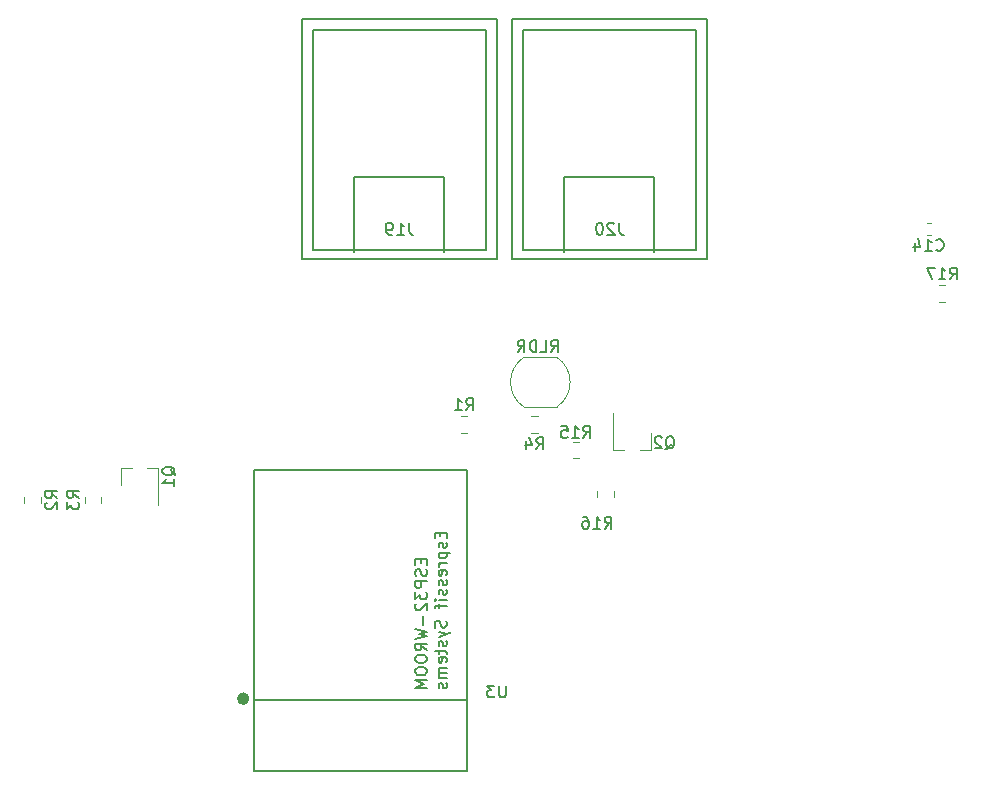
<source format=gbr>
G04 #@! TF.GenerationSoftware,KiCad,Pcbnew,(5.0.0)*
G04 #@! TF.CreationDate,2018-08-08T12:39:15+01:00*
G04 #@! TF.ProjectId,domenode,646F6D656E6F64652E6B696361645F70,rev?*
G04 #@! TF.SameCoordinates,Original*
G04 #@! TF.FileFunction,Legend,Bot*
G04 #@! TF.FilePolarity,Positive*
%FSLAX46Y46*%
G04 Gerber Fmt 4.6, Leading zero omitted, Abs format (unit mm)*
G04 Created by KiCad (PCBNEW (5.0.0)) date 08/08/18 12:39:15*
%MOMM*%
%LPD*%
G01*
G04 APERTURE LIST*
%ADD10C,0.150000*%
%ADD11C,0.500000*%
%ADD12C,0.120000*%
G04 APERTURE END LIST*
D10*
G04 #@! TO.C,J19*
X146876000Y-101600000D02*
X132266000Y-101600000D01*
X132266000Y-101600000D02*
X132266000Y-82930000D01*
X132266000Y-82930000D02*
X146876000Y-82930000D01*
X146876000Y-82930000D02*
X146876000Y-101600000D01*
X131316000Y-102360000D02*
X131316000Y-82040000D01*
X131316000Y-82040000D02*
X147826000Y-82040000D01*
X147826000Y-82040000D02*
X147826000Y-102360000D01*
X147826000Y-102360000D02*
X131316000Y-102360000D01*
X143381000Y-101725000D02*
X143381000Y-95375000D01*
X143381000Y-95375000D02*
X135761000Y-95375000D01*
X135761000Y-95375000D02*
X135761000Y-101725000D01*
G04 #@! TO.C,J20*
X164660000Y-101600000D02*
X150050000Y-101600000D01*
X150050000Y-101600000D02*
X150050000Y-82930000D01*
X150050000Y-82930000D02*
X164660000Y-82930000D01*
X164660000Y-82930000D02*
X164660000Y-101600000D01*
X149100000Y-102360000D02*
X149100000Y-82040000D01*
X149100000Y-82040000D02*
X165610000Y-82040000D01*
X165610000Y-82040000D02*
X165610000Y-102360000D01*
X165610000Y-102360000D02*
X149100000Y-102360000D01*
X161165000Y-101725000D02*
X161165000Y-95375000D01*
X161165000Y-95375000D02*
X153545000Y-95375000D01*
X153545000Y-95375000D02*
X153545000Y-101725000D01*
D11*
G04 #@! TO.C,U3*
X126627981Y-139554000D02*
G75*
G03X126627981Y-139554000I-283981J0D01*
G01*
D10*
X145250000Y-139700000D02*
X127250000Y-139700000D01*
X127250000Y-145700000D02*
X127250000Y-120200000D01*
X145250000Y-145700000D02*
X145250000Y-120200000D01*
X145250000Y-120200000D02*
X127250000Y-120200000D01*
X145250000Y-145700000D02*
X127250000Y-145700000D01*
D12*
G04 #@! TO.C,LDR2*
X150113963Y-114859242D02*
G75*
G02X150100000Y-110650000I1386037J2109242D01*
G01*
X152886037Y-110640758D02*
G75*
G02X152900000Y-114850000I-1386037J-2109242D01*
G01*
X150100000Y-114850000D02*
X152900000Y-114850000D01*
X150100000Y-110650000D02*
X152900000Y-110650000D01*
G04 #@! TO.C,C14*
X184203733Y-100260000D02*
X184546267Y-100260000D01*
X184203733Y-99240000D02*
X184546267Y-99240000D01*
G04 #@! TO.C,R1*
X145304252Y-117042000D02*
X144781748Y-117042000D01*
X145304252Y-115622000D02*
X144781748Y-115622000D01*
G04 #@! TO.C,R2*
X109210000Y-123011252D02*
X109210000Y-122488748D01*
X107790000Y-123011252D02*
X107790000Y-122488748D01*
G04 #@! TO.C,R3*
X114329000Y-122463748D02*
X114329000Y-122986252D01*
X112909000Y-122463748D02*
X112909000Y-122986252D01*
G04 #@! TO.C,R4*
X150738748Y-117042000D02*
X151261252Y-117042000D01*
X150738748Y-115622000D02*
X151261252Y-115622000D01*
G04 #@! TO.C,R15*
X154238748Y-119210000D02*
X154761252Y-119210000D01*
X154238748Y-117790000D02*
X154761252Y-117790000D01*
G04 #@! TO.C,R16*
X157710000Y-121988748D02*
X157710000Y-122511252D01*
X156290000Y-121988748D02*
X156290000Y-122511252D01*
G04 #@! TO.C,R17*
X185786252Y-105960000D02*
X185263748Y-105960000D01*
X185786252Y-104540000D02*
X185263748Y-104540000D01*
G04 #@! TO.C,Q2*
X160830000Y-118510000D02*
X159900000Y-118510000D01*
X157670000Y-118510000D02*
X158600000Y-118510000D01*
X157670000Y-118510000D02*
X157670000Y-115350000D01*
X160830000Y-118510000D02*
X160830000Y-117050000D01*
G04 #@! TO.C,Q1*
X115970000Y-119990000D02*
X116900000Y-119990000D01*
X119130000Y-119990000D02*
X118200000Y-119990000D01*
X119130000Y-119990000D02*
X119130000Y-123150000D01*
X115970000Y-119990000D02*
X115970000Y-121450000D01*
G04 #@! TO.C,J19*
D10*
X140380523Y-99272380D02*
X140380523Y-99986666D01*
X140428142Y-100129523D01*
X140523380Y-100224761D01*
X140666238Y-100272380D01*
X140761476Y-100272380D01*
X139380523Y-100272380D02*
X139951952Y-100272380D01*
X139666238Y-100272380D02*
X139666238Y-99272380D01*
X139761476Y-99415238D01*
X139856714Y-99510476D01*
X139951952Y-99558095D01*
X138904333Y-100272380D02*
X138713857Y-100272380D01*
X138618619Y-100224761D01*
X138571000Y-100177142D01*
X138475761Y-100034285D01*
X138428142Y-99843809D01*
X138428142Y-99462857D01*
X138475761Y-99367619D01*
X138523380Y-99320000D01*
X138618619Y-99272380D01*
X138809095Y-99272380D01*
X138904333Y-99320000D01*
X138951952Y-99367619D01*
X138999571Y-99462857D01*
X138999571Y-99700952D01*
X138951952Y-99796190D01*
X138904333Y-99843809D01*
X138809095Y-99891428D01*
X138618619Y-99891428D01*
X138523380Y-99843809D01*
X138475761Y-99796190D01*
X138428142Y-99700952D01*
G04 #@! TO.C,J20*
X158164523Y-99272380D02*
X158164523Y-99986666D01*
X158212142Y-100129523D01*
X158307380Y-100224761D01*
X158450238Y-100272380D01*
X158545476Y-100272380D01*
X157735952Y-99367619D02*
X157688333Y-99320000D01*
X157593095Y-99272380D01*
X157355000Y-99272380D01*
X157259761Y-99320000D01*
X157212142Y-99367619D01*
X157164523Y-99462857D01*
X157164523Y-99558095D01*
X157212142Y-99700952D01*
X157783571Y-100272380D01*
X157164523Y-100272380D01*
X156545476Y-99272380D02*
X156450238Y-99272380D01*
X156355000Y-99320000D01*
X156307380Y-99367619D01*
X156259761Y-99462857D01*
X156212142Y-99653333D01*
X156212142Y-99891428D01*
X156259761Y-100081904D01*
X156307380Y-100177142D01*
X156355000Y-100224761D01*
X156450238Y-100272380D01*
X156545476Y-100272380D01*
X156640714Y-100224761D01*
X156688333Y-100177142D01*
X156735952Y-100081904D01*
X156783571Y-99891428D01*
X156783571Y-99653333D01*
X156735952Y-99462857D01*
X156688333Y-99367619D01*
X156640714Y-99320000D01*
X156545476Y-99272380D01*
G04 #@! TO.C,U3*
X148568904Y-138452380D02*
X148568904Y-139261904D01*
X148521285Y-139357142D01*
X148473666Y-139404761D01*
X148378428Y-139452380D01*
X148187952Y-139452380D01*
X148092714Y-139404761D01*
X148045095Y-139357142D01*
X147997476Y-139261904D01*
X147997476Y-138452380D01*
X147616523Y-138452380D02*
X146997476Y-138452380D01*
X147330809Y-138833333D01*
X147187952Y-138833333D01*
X147092714Y-138880952D01*
X147045095Y-138928571D01*
X146997476Y-139023809D01*
X146997476Y-139261904D01*
X147045095Y-139357142D01*
X147092714Y-139404761D01*
X147187952Y-139452380D01*
X147473666Y-139452380D01*
X147568904Y-139404761D01*
X147616523Y-139357142D01*
X143036571Y-125489571D02*
X143036571Y-125822904D01*
X143560380Y-125965761D02*
X143560380Y-125489571D01*
X142560380Y-125489571D01*
X142560380Y-125965761D01*
X143512761Y-126346714D02*
X143560380Y-126441952D01*
X143560380Y-126632428D01*
X143512761Y-126727666D01*
X143417523Y-126775285D01*
X143369904Y-126775285D01*
X143274666Y-126727666D01*
X143227047Y-126632428D01*
X143227047Y-126489571D01*
X143179428Y-126394333D01*
X143084190Y-126346714D01*
X143036571Y-126346714D01*
X142941333Y-126394333D01*
X142893714Y-126489571D01*
X142893714Y-126632428D01*
X142941333Y-126727666D01*
X142893714Y-127203857D02*
X143893714Y-127203857D01*
X142941333Y-127203857D02*
X142893714Y-127299095D01*
X142893714Y-127489571D01*
X142941333Y-127584809D01*
X142988952Y-127632428D01*
X143084190Y-127680047D01*
X143369904Y-127680047D01*
X143465142Y-127632428D01*
X143512761Y-127584809D01*
X143560380Y-127489571D01*
X143560380Y-127299095D01*
X143512761Y-127203857D01*
X143560380Y-128108619D02*
X142893714Y-128108619D01*
X143084190Y-128108619D02*
X142988952Y-128156238D01*
X142941333Y-128203857D01*
X142893714Y-128299095D01*
X142893714Y-128394333D01*
X143512761Y-129108619D02*
X143560380Y-129013380D01*
X143560380Y-128822904D01*
X143512761Y-128727666D01*
X143417523Y-128680047D01*
X143036571Y-128680047D01*
X142941333Y-128727666D01*
X142893714Y-128822904D01*
X142893714Y-129013380D01*
X142941333Y-129108619D01*
X143036571Y-129156238D01*
X143131809Y-129156238D01*
X143227047Y-128680047D01*
X143512761Y-129537190D02*
X143560380Y-129632428D01*
X143560380Y-129822904D01*
X143512761Y-129918142D01*
X143417523Y-129965761D01*
X143369904Y-129965761D01*
X143274666Y-129918142D01*
X143227047Y-129822904D01*
X143227047Y-129680047D01*
X143179428Y-129584809D01*
X143084190Y-129537190D01*
X143036571Y-129537190D01*
X142941333Y-129584809D01*
X142893714Y-129680047D01*
X142893714Y-129822904D01*
X142941333Y-129918142D01*
X143512761Y-130346714D02*
X143560380Y-130441952D01*
X143560380Y-130632428D01*
X143512761Y-130727666D01*
X143417523Y-130775285D01*
X143369904Y-130775285D01*
X143274666Y-130727666D01*
X143227047Y-130632428D01*
X143227047Y-130489571D01*
X143179428Y-130394333D01*
X143084190Y-130346714D01*
X143036571Y-130346714D01*
X142941333Y-130394333D01*
X142893714Y-130489571D01*
X142893714Y-130632428D01*
X142941333Y-130727666D01*
X143560380Y-131203857D02*
X142893714Y-131203857D01*
X142560380Y-131203857D02*
X142608000Y-131156238D01*
X142655619Y-131203857D01*
X142608000Y-131251476D01*
X142560380Y-131203857D01*
X142655619Y-131203857D01*
X142893714Y-131537190D02*
X142893714Y-131918142D01*
X143560380Y-131680047D02*
X142703238Y-131680047D01*
X142608000Y-131727666D01*
X142560380Y-131822904D01*
X142560380Y-131918142D01*
X143512761Y-132965761D02*
X143560380Y-133108619D01*
X143560380Y-133346714D01*
X143512761Y-133441952D01*
X143465142Y-133489571D01*
X143369904Y-133537190D01*
X143274666Y-133537190D01*
X143179428Y-133489571D01*
X143131809Y-133441952D01*
X143084190Y-133346714D01*
X143036571Y-133156238D01*
X142988952Y-133061000D01*
X142941333Y-133013380D01*
X142846095Y-132965761D01*
X142750857Y-132965761D01*
X142655619Y-133013380D01*
X142608000Y-133061000D01*
X142560380Y-133156238D01*
X142560380Y-133394333D01*
X142608000Y-133537190D01*
X142893714Y-133870523D02*
X143560380Y-134108619D01*
X142893714Y-134346714D02*
X143560380Y-134108619D01*
X143798476Y-134013380D01*
X143846095Y-133965761D01*
X143893714Y-133870523D01*
X143512761Y-134680047D02*
X143560380Y-134775285D01*
X143560380Y-134965761D01*
X143512761Y-135061000D01*
X143417523Y-135108619D01*
X143369904Y-135108619D01*
X143274666Y-135061000D01*
X143227047Y-134965761D01*
X143227047Y-134822904D01*
X143179428Y-134727666D01*
X143084190Y-134680047D01*
X143036571Y-134680047D01*
X142941333Y-134727666D01*
X142893714Y-134822904D01*
X142893714Y-134965761D01*
X142941333Y-135061000D01*
X142893714Y-135394333D02*
X142893714Y-135775285D01*
X142560380Y-135537190D02*
X143417523Y-135537190D01*
X143512761Y-135584809D01*
X143560380Y-135680047D01*
X143560380Y-135775285D01*
X143512761Y-136489571D02*
X143560380Y-136394333D01*
X143560380Y-136203857D01*
X143512761Y-136108619D01*
X143417523Y-136061000D01*
X143036571Y-136061000D01*
X142941333Y-136108619D01*
X142893714Y-136203857D01*
X142893714Y-136394333D01*
X142941333Y-136489571D01*
X143036571Y-136537190D01*
X143131809Y-136537190D01*
X143227047Y-136061000D01*
X143560380Y-136965761D02*
X142893714Y-136965761D01*
X142988952Y-136965761D02*
X142941333Y-137013380D01*
X142893714Y-137108619D01*
X142893714Y-137251476D01*
X142941333Y-137346714D01*
X143036571Y-137394333D01*
X143560380Y-137394333D01*
X143036571Y-137394333D02*
X142941333Y-137441952D01*
X142893714Y-137537190D01*
X142893714Y-137680047D01*
X142941333Y-137775285D01*
X143036571Y-137822904D01*
X143560380Y-137822904D01*
X143512761Y-138251476D02*
X143560380Y-138346714D01*
X143560380Y-138537190D01*
X143512761Y-138632428D01*
X143417523Y-138680047D01*
X143369904Y-138680047D01*
X143274666Y-138632428D01*
X143227047Y-138537190D01*
X143227047Y-138394333D01*
X143179428Y-138299095D01*
X143084190Y-138251476D01*
X143036571Y-138251476D01*
X142941333Y-138299095D01*
X142893714Y-138394333D01*
X142893714Y-138537190D01*
X142941333Y-138632428D01*
X141385571Y-127751619D02*
X141385571Y-128084952D01*
X141909380Y-128227809D02*
X141909380Y-127751619D01*
X140909380Y-127751619D01*
X140909380Y-128227809D01*
X141861761Y-128608761D02*
X141909380Y-128751619D01*
X141909380Y-128989714D01*
X141861761Y-129084952D01*
X141814142Y-129132571D01*
X141718904Y-129180190D01*
X141623666Y-129180190D01*
X141528428Y-129132571D01*
X141480809Y-129084952D01*
X141433190Y-128989714D01*
X141385571Y-128799238D01*
X141337952Y-128704000D01*
X141290333Y-128656380D01*
X141195095Y-128608761D01*
X141099857Y-128608761D01*
X141004619Y-128656380D01*
X140957000Y-128704000D01*
X140909380Y-128799238D01*
X140909380Y-129037333D01*
X140957000Y-129180190D01*
X141909380Y-129608761D02*
X140909380Y-129608761D01*
X140909380Y-129989714D01*
X140957000Y-130084952D01*
X141004619Y-130132571D01*
X141099857Y-130180190D01*
X141242714Y-130180190D01*
X141337952Y-130132571D01*
X141385571Y-130084952D01*
X141433190Y-129989714D01*
X141433190Y-129608761D01*
X140909380Y-130513523D02*
X140909380Y-131132571D01*
X141290333Y-130799238D01*
X141290333Y-130942095D01*
X141337952Y-131037333D01*
X141385571Y-131084952D01*
X141480809Y-131132571D01*
X141718904Y-131132571D01*
X141814142Y-131084952D01*
X141861761Y-131037333D01*
X141909380Y-130942095D01*
X141909380Y-130656380D01*
X141861761Y-130561142D01*
X141814142Y-130513523D01*
X141004619Y-131513523D02*
X140957000Y-131561142D01*
X140909380Y-131656380D01*
X140909380Y-131894476D01*
X140957000Y-131989714D01*
X141004619Y-132037333D01*
X141099857Y-132084952D01*
X141195095Y-132084952D01*
X141337952Y-132037333D01*
X141909380Y-131465904D01*
X141909380Y-132084952D01*
X141528428Y-132513523D02*
X141528428Y-133275428D01*
X140909380Y-133656380D02*
X141909380Y-133894476D01*
X141195095Y-134084952D01*
X141909380Y-134275428D01*
X140909380Y-134513523D01*
X141909380Y-135465904D02*
X141433190Y-135132571D01*
X141909380Y-134894476D02*
X140909380Y-134894476D01*
X140909380Y-135275428D01*
X140957000Y-135370666D01*
X141004619Y-135418285D01*
X141099857Y-135465904D01*
X141242714Y-135465904D01*
X141337952Y-135418285D01*
X141385571Y-135370666D01*
X141433190Y-135275428D01*
X141433190Y-134894476D01*
X140909380Y-136084952D02*
X140909380Y-136275428D01*
X140957000Y-136370666D01*
X141052238Y-136465904D01*
X141242714Y-136513523D01*
X141576047Y-136513523D01*
X141766523Y-136465904D01*
X141861761Y-136370666D01*
X141909380Y-136275428D01*
X141909380Y-136084952D01*
X141861761Y-135989714D01*
X141766523Y-135894476D01*
X141576047Y-135846857D01*
X141242714Y-135846857D01*
X141052238Y-135894476D01*
X140957000Y-135989714D01*
X140909380Y-136084952D01*
X140909380Y-137132571D02*
X140909380Y-137323047D01*
X140957000Y-137418285D01*
X141052238Y-137513523D01*
X141242714Y-137561142D01*
X141576047Y-137561142D01*
X141766523Y-137513523D01*
X141861761Y-137418285D01*
X141909380Y-137323047D01*
X141909380Y-137132571D01*
X141861761Y-137037333D01*
X141766523Y-136942095D01*
X141576047Y-136894476D01*
X141242714Y-136894476D01*
X141052238Y-136942095D01*
X140957000Y-137037333D01*
X140909380Y-137132571D01*
X141909380Y-137989714D02*
X140909380Y-137989714D01*
X141623666Y-138323047D01*
X140909380Y-138656380D01*
X141909380Y-138656380D01*
G04 #@! TO.C,LDR2*
X152395238Y-110202380D02*
X152728571Y-109726190D01*
X152966666Y-110202380D02*
X152966666Y-109202380D01*
X152585714Y-109202380D01*
X152490476Y-109250000D01*
X152442857Y-109297619D01*
X152395238Y-109392857D01*
X152395238Y-109535714D01*
X152442857Y-109630952D01*
X152490476Y-109678571D01*
X152585714Y-109726190D01*
X152966666Y-109726190D01*
X151490476Y-110202380D02*
X151966666Y-110202380D01*
X151966666Y-109202380D01*
X151157142Y-110202380D02*
X151157142Y-109202380D01*
X150919047Y-109202380D01*
X150776190Y-109250000D01*
X150680952Y-109345238D01*
X150633333Y-109440476D01*
X150585714Y-109630952D01*
X150585714Y-109773809D01*
X150633333Y-109964285D01*
X150680952Y-110059523D01*
X150776190Y-110154761D01*
X150919047Y-110202380D01*
X151157142Y-110202380D01*
X149585714Y-110202380D02*
X149919047Y-109726190D01*
X150157142Y-110202380D02*
X150157142Y-109202380D01*
X149776190Y-109202380D01*
X149680952Y-109250000D01*
X149633333Y-109297619D01*
X149585714Y-109392857D01*
X149585714Y-109535714D01*
X149633333Y-109630952D01*
X149680952Y-109678571D01*
X149776190Y-109726190D01*
X150157142Y-109726190D01*
G04 #@! TO.C,C14*
X185017857Y-101537142D02*
X185065476Y-101584761D01*
X185208333Y-101632380D01*
X185303571Y-101632380D01*
X185446428Y-101584761D01*
X185541666Y-101489523D01*
X185589285Y-101394285D01*
X185636904Y-101203809D01*
X185636904Y-101060952D01*
X185589285Y-100870476D01*
X185541666Y-100775238D01*
X185446428Y-100680000D01*
X185303571Y-100632380D01*
X185208333Y-100632380D01*
X185065476Y-100680000D01*
X185017857Y-100727619D01*
X184065476Y-101632380D02*
X184636904Y-101632380D01*
X184351190Y-101632380D02*
X184351190Y-100632380D01*
X184446428Y-100775238D01*
X184541666Y-100870476D01*
X184636904Y-100918095D01*
X183208333Y-100965714D02*
X183208333Y-101632380D01*
X183446428Y-100584761D02*
X183684523Y-101299047D01*
X183065476Y-101299047D01*
G04 #@! TO.C,R1*
X145209666Y-115134380D02*
X145543000Y-114658190D01*
X145781095Y-115134380D02*
X145781095Y-114134380D01*
X145400142Y-114134380D01*
X145304904Y-114182000D01*
X145257285Y-114229619D01*
X145209666Y-114324857D01*
X145209666Y-114467714D01*
X145257285Y-114562952D01*
X145304904Y-114610571D01*
X145400142Y-114658190D01*
X145781095Y-114658190D01*
X144257285Y-115134380D02*
X144828714Y-115134380D01*
X144543000Y-115134380D02*
X144543000Y-114134380D01*
X144638238Y-114277238D01*
X144733476Y-114372476D01*
X144828714Y-114420095D01*
G04 #@! TO.C,R2*
X110602380Y-122583333D02*
X110126190Y-122250000D01*
X110602380Y-122011904D02*
X109602380Y-122011904D01*
X109602380Y-122392857D01*
X109650000Y-122488095D01*
X109697619Y-122535714D01*
X109792857Y-122583333D01*
X109935714Y-122583333D01*
X110030952Y-122535714D01*
X110078571Y-122488095D01*
X110126190Y-122392857D01*
X110126190Y-122011904D01*
X109697619Y-122964285D02*
X109650000Y-123011904D01*
X109602380Y-123107142D01*
X109602380Y-123345238D01*
X109650000Y-123440476D01*
X109697619Y-123488095D01*
X109792857Y-123535714D01*
X109888095Y-123535714D01*
X110030952Y-123488095D01*
X110602380Y-122916666D01*
X110602380Y-123535714D01*
G04 #@! TO.C,R3*
X112421380Y-122558333D02*
X111945190Y-122225000D01*
X112421380Y-121986904D02*
X111421380Y-121986904D01*
X111421380Y-122367857D01*
X111469000Y-122463095D01*
X111516619Y-122510714D01*
X111611857Y-122558333D01*
X111754714Y-122558333D01*
X111849952Y-122510714D01*
X111897571Y-122463095D01*
X111945190Y-122367857D01*
X111945190Y-121986904D01*
X111421380Y-122891666D02*
X111421380Y-123510714D01*
X111802333Y-123177380D01*
X111802333Y-123320238D01*
X111849952Y-123415476D01*
X111897571Y-123463095D01*
X111992809Y-123510714D01*
X112230904Y-123510714D01*
X112326142Y-123463095D01*
X112373761Y-123415476D01*
X112421380Y-123320238D01*
X112421380Y-123034523D01*
X112373761Y-122939285D01*
X112326142Y-122891666D01*
G04 #@! TO.C,R4*
X151166666Y-118434380D02*
X151500000Y-117958190D01*
X151738095Y-118434380D02*
X151738095Y-117434380D01*
X151357142Y-117434380D01*
X151261904Y-117482000D01*
X151214285Y-117529619D01*
X151166666Y-117624857D01*
X151166666Y-117767714D01*
X151214285Y-117862952D01*
X151261904Y-117910571D01*
X151357142Y-117958190D01*
X151738095Y-117958190D01*
X150309523Y-117767714D02*
X150309523Y-118434380D01*
X150547619Y-117386761D02*
X150785714Y-118101047D01*
X150166666Y-118101047D01*
G04 #@! TO.C,R15*
X155142857Y-117452380D02*
X155476190Y-116976190D01*
X155714285Y-117452380D02*
X155714285Y-116452380D01*
X155333333Y-116452380D01*
X155238095Y-116500000D01*
X155190476Y-116547619D01*
X155142857Y-116642857D01*
X155142857Y-116785714D01*
X155190476Y-116880952D01*
X155238095Y-116928571D01*
X155333333Y-116976190D01*
X155714285Y-116976190D01*
X154190476Y-117452380D02*
X154761904Y-117452380D01*
X154476190Y-117452380D02*
X154476190Y-116452380D01*
X154571428Y-116595238D01*
X154666666Y-116690476D01*
X154761904Y-116738095D01*
X153285714Y-116452380D02*
X153761904Y-116452380D01*
X153809523Y-116928571D01*
X153761904Y-116880952D01*
X153666666Y-116833333D01*
X153428571Y-116833333D01*
X153333333Y-116880952D01*
X153285714Y-116928571D01*
X153238095Y-117023809D01*
X153238095Y-117261904D01*
X153285714Y-117357142D01*
X153333333Y-117404761D01*
X153428571Y-117452380D01*
X153666666Y-117452380D01*
X153761904Y-117404761D01*
X153809523Y-117357142D01*
G04 #@! TO.C,R16*
X156942857Y-125152380D02*
X157276190Y-124676190D01*
X157514285Y-125152380D02*
X157514285Y-124152380D01*
X157133333Y-124152380D01*
X157038095Y-124200000D01*
X156990476Y-124247619D01*
X156942857Y-124342857D01*
X156942857Y-124485714D01*
X156990476Y-124580952D01*
X157038095Y-124628571D01*
X157133333Y-124676190D01*
X157514285Y-124676190D01*
X155990476Y-125152380D02*
X156561904Y-125152380D01*
X156276190Y-125152380D02*
X156276190Y-124152380D01*
X156371428Y-124295238D01*
X156466666Y-124390476D01*
X156561904Y-124438095D01*
X155133333Y-124152380D02*
X155323809Y-124152380D01*
X155419047Y-124200000D01*
X155466666Y-124247619D01*
X155561904Y-124390476D01*
X155609523Y-124580952D01*
X155609523Y-124961904D01*
X155561904Y-125057142D01*
X155514285Y-125104761D01*
X155419047Y-125152380D01*
X155228571Y-125152380D01*
X155133333Y-125104761D01*
X155085714Y-125057142D01*
X155038095Y-124961904D01*
X155038095Y-124723809D01*
X155085714Y-124628571D01*
X155133333Y-124580952D01*
X155228571Y-124533333D01*
X155419047Y-124533333D01*
X155514285Y-124580952D01*
X155561904Y-124628571D01*
X155609523Y-124723809D01*
G04 #@! TO.C,R17*
X186167857Y-104052380D02*
X186501190Y-103576190D01*
X186739285Y-104052380D02*
X186739285Y-103052380D01*
X186358333Y-103052380D01*
X186263095Y-103100000D01*
X186215476Y-103147619D01*
X186167857Y-103242857D01*
X186167857Y-103385714D01*
X186215476Y-103480952D01*
X186263095Y-103528571D01*
X186358333Y-103576190D01*
X186739285Y-103576190D01*
X185215476Y-104052380D02*
X185786904Y-104052380D01*
X185501190Y-104052380D02*
X185501190Y-103052380D01*
X185596428Y-103195238D01*
X185691666Y-103290476D01*
X185786904Y-103338095D01*
X184882142Y-103052380D02*
X184215476Y-103052380D01*
X184644047Y-104052380D01*
G04 #@! TO.C,Q2*
X162095238Y-118447619D02*
X162190476Y-118400000D01*
X162285714Y-118304761D01*
X162428571Y-118161904D01*
X162523809Y-118114285D01*
X162619047Y-118114285D01*
X162571428Y-118352380D02*
X162666666Y-118304761D01*
X162761904Y-118209523D01*
X162809523Y-118019047D01*
X162809523Y-117685714D01*
X162761904Y-117495238D01*
X162666666Y-117400000D01*
X162571428Y-117352380D01*
X162380952Y-117352380D01*
X162285714Y-117400000D01*
X162190476Y-117495238D01*
X162142857Y-117685714D01*
X162142857Y-118019047D01*
X162190476Y-118209523D01*
X162285714Y-118304761D01*
X162380952Y-118352380D01*
X162571428Y-118352380D01*
X161761904Y-117447619D02*
X161714285Y-117400000D01*
X161619047Y-117352380D01*
X161380952Y-117352380D01*
X161285714Y-117400000D01*
X161238095Y-117447619D01*
X161190476Y-117542857D01*
X161190476Y-117638095D01*
X161238095Y-117780952D01*
X161809523Y-118352380D01*
X161190476Y-118352380D01*
G04 #@! TO.C,Q1*
X120597619Y-120654761D02*
X120550000Y-120559523D01*
X120454761Y-120464285D01*
X120311904Y-120321428D01*
X120264285Y-120226190D01*
X120264285Y-120130952D01*
X120502380Y-120178571D02*
X120454761Y-120083333D01*
X120359523Y-119988095D01*
X120169047Y-119940476D01*
X119835714Y-119940476D01*
X119645238Y-119988095D01*
X119550000Y-120083333D01*
X119502380Y-120178571D01*
X119502380Y-120369047D01*
X119550000Y-120464285D01*
X119645238Y-120559523D01*
X119835714Y-120607142D01*
X120169047Y-120607142D01*
X120359523Y-120559523D01*
X120454761Y-120464285D01*
X120502380Y-120369047D01*
X120502380Y-120178571D01*
X120502380Y-121559523D02*
X120502380Y-120988095D01*
X120502380Y-121273809D02*
X119502380Y-121273809D01*
X119645238Y-121178571D01*
X119740476Y-121083333D01*
X119788095Y-120988095D01*
G04 #@! TD*
M02*

</source>
